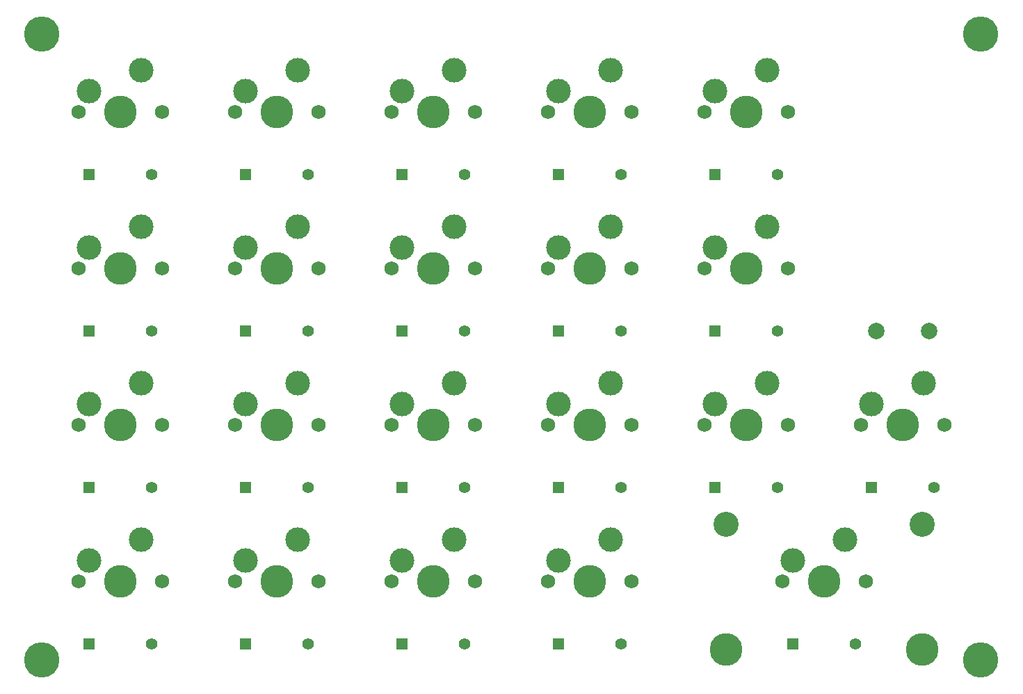
<source format=gbr>
%TF.GenerationSoftware,KiCad,Pcbnew,(5.1.10)-1*%
%TF.CreationDate,2021-05-18T00:23:08+09:00*%
%TF.ProjectId,intro21,696e7472-6f32-4312-9e6b-696361645f70,rev?*%
%TF.SameCoordinates,Original*%
%TF.FileFunction,Soldermask,Top*%
%TF.FilePolarity,Negative*%
%FSLAX46Y46*%
G04 Gerber Fmt 4.6, Leading zero omitted, Abs format (unit mm)*
G04 Created by KiCad (PCBNEW (5.1.10)-1) date 2021-05-18 00:23:08*
%MOMM*%
%LPD*%
G01*
G04 APERTURE LIST*
%ADD10C,4.300000*%
%ADD11C,1.397000*%
%ADD12R,1.397000X1.397000*%
%ADD13C,1.750000*%
%ADD14C,3.000000*%
%ADD15C,3.987800*%
%ADD16C,3.048000*%
%ADD17C,2.000000*%
G04 APERTURE END LIST*
D10*
%TO.C,Ref\u002A\u002A*%
X92060300Y-66054300D03*
%TD*%
%TO.C,Ref\u002A\u002A*%
X92060300Y-142254300D03*
%TD*%
%TO.C,Ref\u002A\u002A*%
X206360300Y-142254300D03*
%TD*%
%TO.C,Ref\u002A\u002A*%
X206360650Y-66054900D03*
%TD*%
D11*
%TO.C,D21*%
X191120650Y-140349900D03*
D12*
X183500650Y-140349900D03*
%TD*%
D11*
%TO.C,D20*%
X162545650Y-140349900D03*
D12*
X154925650Y-140349900D03*
%TD*%
D11*
%TO.C,D19*%
X143495650Y-140349900D03*
D12*
X135875650Y-140349900D03*
%TD*%
D11*
%TO.C,D18*%
X124445650Y-140349900D03*
D12*
X116825650Y-140349900D03*
%TD*%
D11*
%TO.C,D17*%
X105395650Y-140349900D03*
D12*
X97775650Y-140349900D03*
%TD*%
D11*
%TO.C,D16*%
X200645650Y-121299900D03*
D12*
X193025650Y-121299900D03*
%TD*%
D11*
%TO.C,D15*%
X181595650Y-121299900D03*
D12*
X173975650Y-121299900D03*
%TD*%
D11*
%TO.C,D14*%
X162545650Y-121299900D03*
D12*
X154925650Y-121299900D03*
%TD*%
D11*
%TO.C,D13*%
X143495650Y-121299900D03*
D12*
X135875650Y-121299900D03*
%TD*%
D11*
%TO.C,D12*%
X124445650Y-121299900D03*
D12*
X116825650Y-121299900D03*
%TD*%
D11*
%TO.C,D11*%
X105395650Y-121299900D03*
D12*
X97775650Y-121299900D03*
%TD*%
D11*
%TO.C,D10*%
X181595650Y-102249900D03*
D12*
X173975650Y-102249900D03*
%TD*%
D11*
%TO.C,D9*%
X162545650Y-102249900D03*
D12*
X154925650Y-102249900D03*
%TD*%
D11*
%TO.C,D8*%
X143495650Y-102249900D03*
D12*
X135875650Y-102249900D03*
%TD*%
D11*
%TO.C,D7*%
X124445650Y-102249900D03*
D12*
X116825650Y-102249900D03*
%TD*%
D11*
%TO.C,D6*%
X105395650Y-102249900D03*
D12*
X97775650Y-102249900D03*
%TD*%
D11*
%TO.C,D5*%
X181595650Y-83199900D03*
D12*
X173975650Y-83199900D03*
%TD*%
D11*
%TO.C,D4*%
X162545650Y-83199900D03*
D12*
X154925650Y-83199900D03*
%TD*%
D11*
%TO.C,D3*%
X143495650Y-83199900D03*
D12*
X135875650Y-83199900D03*
%TD*%
D11*
%TO.C,D2*%
X124445650Y-83199900D03*
D12*
X116825650Y-83199900D03*
%TD*%
D11*
%TO.C,D1*%
X105395650Y-83199900D03*
D12*
X97775650Y-83199900D03*
%TD*%
D13*
%TO.C,SW1*%
X106665650Y-75579900D03*
X96505650Y-75579900D03*
D14*
X97775650Y-73039900D03*
D15*
X101585650Y-75579900D03*
D14*
X104125650Y-70499900D03*
%TD*%
D13*
%TO.C,SW20*%
X163815650Y-132729900D03*
X153655650Y-132729900D03*
D14*
X154925650Y-130189900D03*
D15*
X158735650Y-132729900D03*
D14*
X161275650Y-127649900D03*
%TD*%
D13*
%TO.C,SW19*%
X144765650Y-132729900D03*
X134605650Y-132729900D03*
D14*
X135875650Y-130189900D03*
D15*
X139685650Y-132729900D03*
D14*
X142225650Y-127649900D03*
%TD*%
D13*
%TO.C,SW18*%
X125715650Y-132729900D03*
X115555650Y-132729900D03*
D14*
X116825650Y-130189900D03*
D15*
X120635650Y-132729900D03*
D14*
X123175650Y-127649900D03*
%TD*%
D13*
%TO.C,SW17*%
X106665650Y-132729900D03*
X96505650Y-132729900D03*
D14*
X97775650Y-130189900D03*
D15*
X101585650Y-132729900D03*
D14*
X104125650Y-127649900D03*
%TD*%
D13*
%TO.C,SW16*%
X201915650Y-113679900D03*
X191755650Y-113679900D03*
D14*
X193025650Y-111139900D03*
D15*
X196835650Y-113679900D03*
D14*
X199375650Y-108599900D03*
%TD*%
D13*
%TO.C,SW15*%
X182865650Y-113679900D03*
X172705650Y-113679900D03*
D14*
X173975650Y-111139900D03*
D15*
X177785650Y-113679900D03*
D14*
X180325650Y-108599900D03*
%TD*%
D13*
%TO.C,SW14*%
X163815650Y-113679900D03*
X153655650Y-113679900D03*
D14*
X154925650Y-111139900D03*
D15*
X158735650Y-113679900D03*
D14*
X161275650Y-108599900D03*
%TD*%
D13*
%TO.C,SW13*%
X144765650Y-113679900D03*
X134605650Y-113679900D03*
D14*
X135875650Y-111139900D03*
D15*
X139685650Y-113679900D03*
D14*
X142225650Y-108599900D03*
%TD*%
D13*
%TO.C,SW12*%
X125715650Y-113679900D03*
X115555650Y-113679900D03*
D14*
X116825650Y-111139900D03*
D15*
X120635650Y-113679900D03*
D14*
X123175650Y-108599900D03*
%TD*%
D13*
%TO.C,SW11*%
X106665650Y-113679900D03*
X96505650Y-113679900D03*
D14*
X97775650Y-111139900D03*
D15*
X101585650Y-113679900D03*
D14*
X104125650Y-108599900D03*
%TD*%
D13*
%TO.C,SW10*%
X182865650Y-94629900D03*
X172705650Y-94629900D03*
D14*
X173975650Y-92089900D03*
D15*
X177785650Y-94629900D03*
D14*
X180325650Y-89549900D03*
%TD*%
D13*
%TO.C,SW9*%
X163815650Y-94629900D03*
X153655650Y-94629900D03*
D14*
X154925650Y-92089900D03*
D15*
X158735650Y-94629900D03*
D14*
X161275650Y-89549900D03*
%TD*%
D13*
%TO.C,SW8*%
X144765650Y-94629900D03*
X134605650Y-94629900D03*
D14*
X135875650Y-92089900D03*
D15*
X139685650Y-94629900D03*
D14*
X142225650Y-89549900D03*
%TD*%
D13*
%TO.C,SW7*%
X125715650Y-94629900D03*
X115555650Y-94629900D03*
D14*
X116825650Y-92089900D03*
D15*
X120635650Y-94629900D03*
D14*
X123175650Y-89549900D03*
%TD*%
D13*
%TO.C,SW6*%
X106665650Y-94629900D03*
X96505650Y-94629900D03*
D14*
X97775650Y-92089900D03*
D15*
X101585650Y-94629900D03*
D14*
X104125650Y-89549900D03*
%TD*%
D13*
%TO.C,SW5*%
X182865650Y-75579900D03*
X172705650Y-75579900D03*
D14*
X173975650Y-73039900D03*
D15*
X177785650Y-75579900D03*
D14*
X180325650Y-70499900D03*
%TD*%
D13*
%TO.C,SW4*%
X163815650Y-75579900D03*
X153655650Y-75579900D03*
D14*
X154925650Y-73039900D03*
D15*
X158735650Y-75579900D03*
D14*
X161275650Y-70499900D03*
%TD*%
D13*
%TO.C,SW3*%
X144765650Y-75579900D03*
X134605650Y-75579900D03*
D14*
X135875650Y-73039900D03*
D15*
X139685650Y-75579900D03*
D14*
X142225650Y-70499900D03*
%TD*%
D13*
%TO.C,SW2*%
X125715650Y-75579900D03*
X115555650Y-75579900D03*
D14*
X116825650Y-73039900D03*
D15*
X120635650Y-75579900D03*
D14*
X123175650Y-70499900D03*
%TD*%
D15*
%TO.C,SW21*%
X175372650Y-140984900D03*
X199248650Y-140984900D03*
D16*
X175372650Y-125744900D03*
X199248650Y-125744900D03*
D13*
X192390650Y-132729900D03*
X182230650Y-132729900D03*
D14*
X183500650Y-130189900D03*
D15*
X187310650Y-132729900D03*
D14*
X189850650Y-127649900D03*
%TD*%
D17*
%TO.C,RSW1*%
X193585650Y-102249900D03*
X200085650Y-102249900D03*
%TD*%
M02*

</source>
